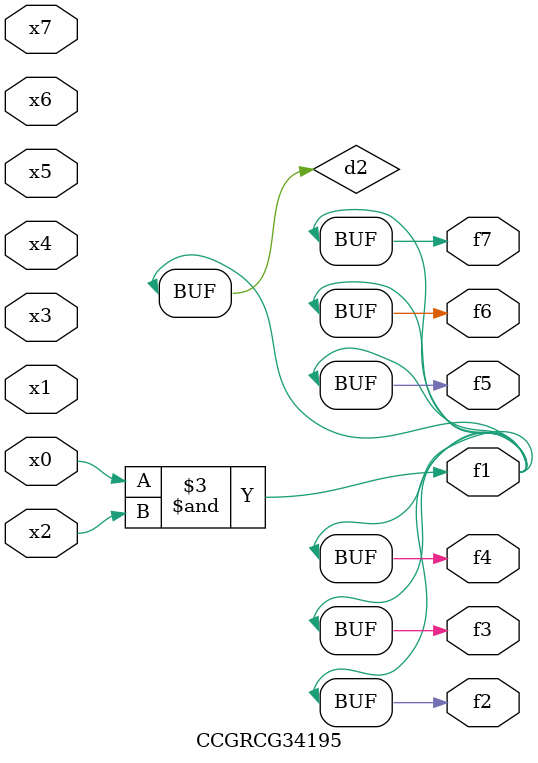
<source format=v>
module CCGRCG34195(
	input x0, x1, x2, x3, x4, x5, x6, x7,
	output f1, f2, f3, f4, f5, f6, f7
);

	wire d1, d2;

	nor (d1, x3, x6);
	and (d2, x0, x2);
	assign f1 = d2;
	assign f2 = d2;
	assign f3 = d2;
	assign f4 = d2;
	assign f5 = d2;
	assign f6 = d2;
	assign f7 = d2;
endmodule

</source>
